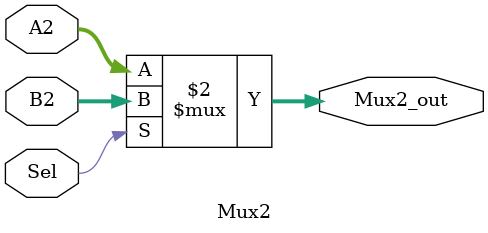
<source format=v>
module Mux2 (Sel, A2, B2, Mux2_out);

input Sel;
input [31:0] A2, B2;
output [31:0] Mux2_out;



assign Mux2_out = (Sel == 0)? A2 : B2;

endmodule 


</source>
